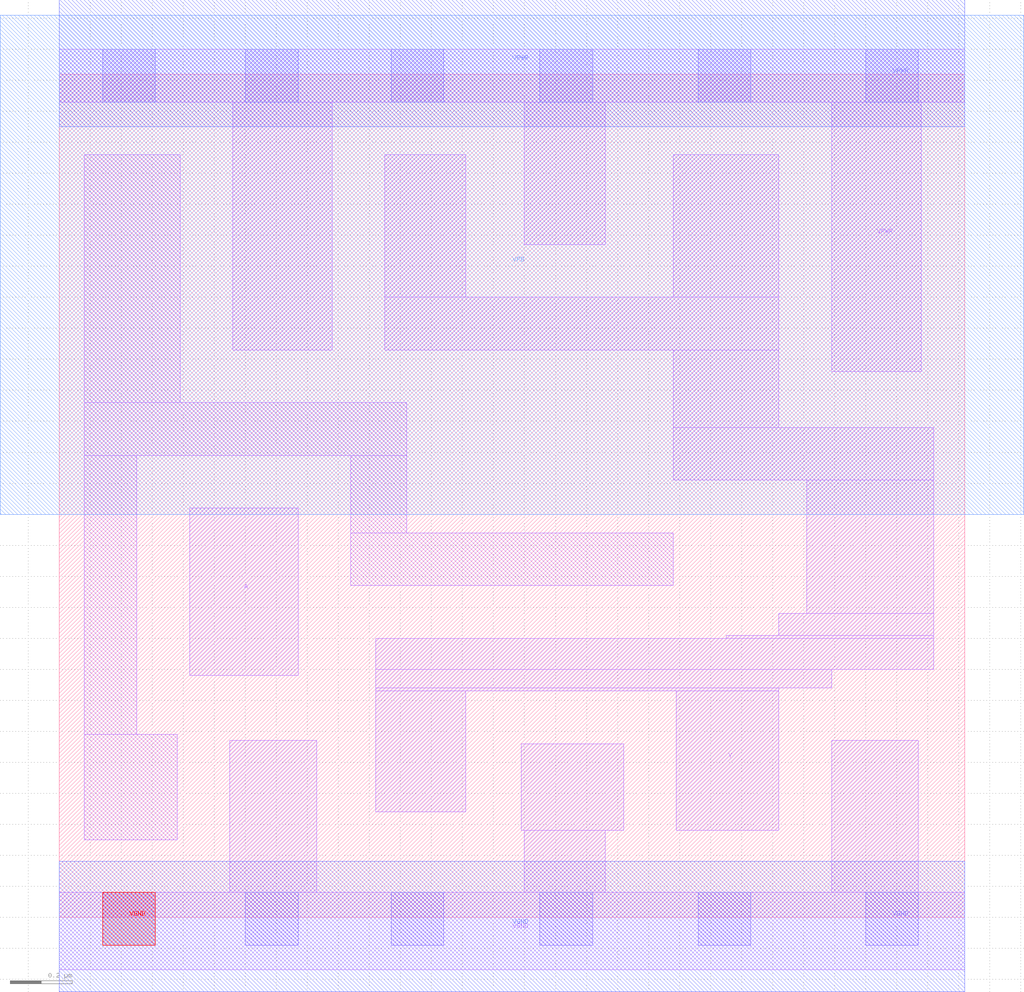
<source format=lef>
VERSION 5.7 ;
  NOWIREEXTENSIONATPIN ON ;
  DIVIDERCHAR "/" ;
  BUSBITCHARS "[]" ;
MACRO sky130_vsdclkbuf_4x
  CLASS CORE ;
  FOREIGN sky130_vsdclkbuf_4x ;
  ORIGIN 0.000 0.000 ;
  SIZE 2.920 BY 2.720 ;
  SYMMETRY X Y R90 ;
  SITE unithd ;
  PIN A
    DIRECTION INPUT ;
    USE SIGNAL ;
    ANTENNAGATEAREA 0.214500 ;
    PORT
      LAYER li1 ;
        RECT 0.420 0.780 0.770 1.320 ;
    END
  END A
  PIN Y
    DIRECTION OUTPUT ;
    USE SIGNAL ;
    ANTENNADIFFAREA 0.943800 ;
    PORT
      LAYER li1 ;
        RECT 1.050 2.000 1.310 2.460 ;
        RECT 1.980 2.000 2.320 2.460 ;
        RECT 1.050 1.830 2.320 2.000 ;
        RECT 1.980 1.580 2.320 1.830 ;
        RECT 1.980 1.410 2.820 1.580 ;
        RECT 2.410 0.980 2.820 1.410 ;
        RECT 2.320 0.910 2.820 0.980 ;
        RECT 2.150 0.900 2.820 0.910 ;
        RECT 1.020 0.800 2.820 0.900 ;
        RECT 1.020 0.740 2.490 0.800 ;
        RECT 1.020 0.730 2.320 0.740 ;
        RECT 1.020 0.340 1.310 0.730 ;
        RECT 1.990 0.280 2.320 0.730 ;
    END
  END Y
  PIN VPWR
    DIRECTION INOUT ;
    USE POWER ;
    PORT
      LAYER li1 ;
        RECT 0.000 2.630 2.920 2.800 ;
        RECT 0.560 1.830 0.880 2.630 ;
        RECT 1.500 2.170 1.760 2.630 ;
        RECT 2.490 1.760 2.780 2.630 ;
      LAYER mcon ;
        RECT 0.140 2.630 0.310 2.800 ;
        RECT 0.600 2.630 0.770 2.800 ;
        RECT 1.070 2.630 1.240 2.800 ;
        RECT 1.550 2.630 1.720 2.800 ;
        RECT 2.060 2.630 2.230 2.800 ;
        RECT 2.600 2.630 2.770 2.800 ;
      LAYER met1 ;
        RECT 0.000 2.550 2.920 2.960 ;
    END
  END VPWR
  PIN VPB
    DIRECTION INOUT ;
    USE POWER ;
    PORT
      LAYER nwell ;
        RECT -0.190 1.300 3.110 2.910 ;
    END
  END VPB
  PIN VGND
    DIRECTION INOUT ;
    USE GROUND ;
    PORT
      LAYER pwell ;
        RECT 0.140 -0.090 0.310 0.080 ;
      LAYER li1 ;
        RECT 0.550 0.080 0.830 0.570 ;
        RECT 1.490 0.280 1.820 0.560 ;
        RECT 1.500 0.080 1.760 0.280 ;
        RECT 2.490 0.080 2.770 0.570 ;
        RECT 0.000 -0.170 2.920 0.080 ;
      LAYER mcon ;
        RECT 0.140 -0.090 0.310 0.080 ;
        RECT 0.600 -0.090 0.770 0.080 ;
        RECT 1.070 -0.090 1.240 0.080 ;
        RECT 1.550 -0.090 1.720 0.080 ;
        RECT 2.060 -0.090 2.230 0.080 ;
        RECT 2.600 -0.090 2.770 0.080 ;
      LAYER met1 ;
        RECT 0.000 -0.240 2.920 0.180 ;
    END
  END VGND
  OBS
      LAYER li1 ;
        RECT 0.080 1.660 0.390 2.460 ;
        RECT 0.080 1.490 1.120 1.660 ;
        RECT 0.080 0.590 0.250 1.490 ;
        RECT 0.940 1.240 1.120 1.490 ;
        RECT 0.940 1.070 1.980 1.240 ;
        RECT 0.080 0.250 0.380 0.590 ;
  END
END sky130_vsdclkbuf_4x
END LIBRARY


</source>
